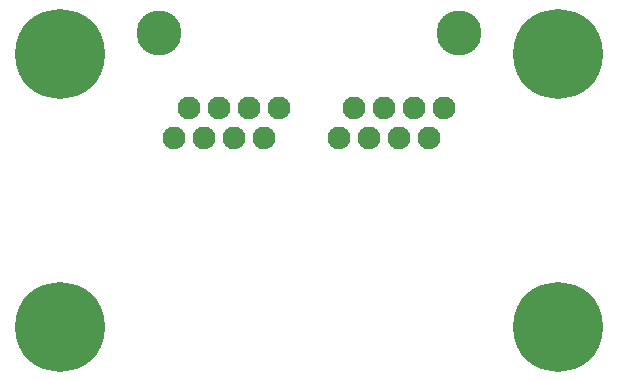
<source format=gbr>
G04 start of page 7 for group -4062 idx -4062 *
G04 Title: (unknown), soldermask *
G04 Creator: pcb 4.0.2 *
G04 CreationDate: Thu Dec 31 16:53:41 2020 UTC *
G04 For: petersen *
G04 Format: Gerber/RS-274X *
G04 PCB-Dimensions (mil): 2000.00 1250.00 *
G04 PCB-Coordinate-Origin: lower left *
%MOIN*%
%FSLAX25Y25*%
%LNBOTTOMMASK*%
%ADD43C,0.1500*%
%ADD42C,0.0760*%
%ADD41C,0.2997*%
G54D41*X17000Y17000D03*
Y108000D03*
X183000D03*
Y17000D03*
G54D42*X145000Y90000D03*
X140000Y80000D03*
X135000Y90000D03*
G54D43*X150000Y115000D03*
G54D42*X130000Y80000D03*
X125000Y90000D03*
X120000Y80000D03*
X110000D03*
X85000D03*
X75000D03*
X65000D03*
X55000D03*
X115000Y90000D03*
X90000D03*
X80000D03*
X70000D03*
X60000D03*
G54D43*X50000Y115000D03*
M02*

</source>
